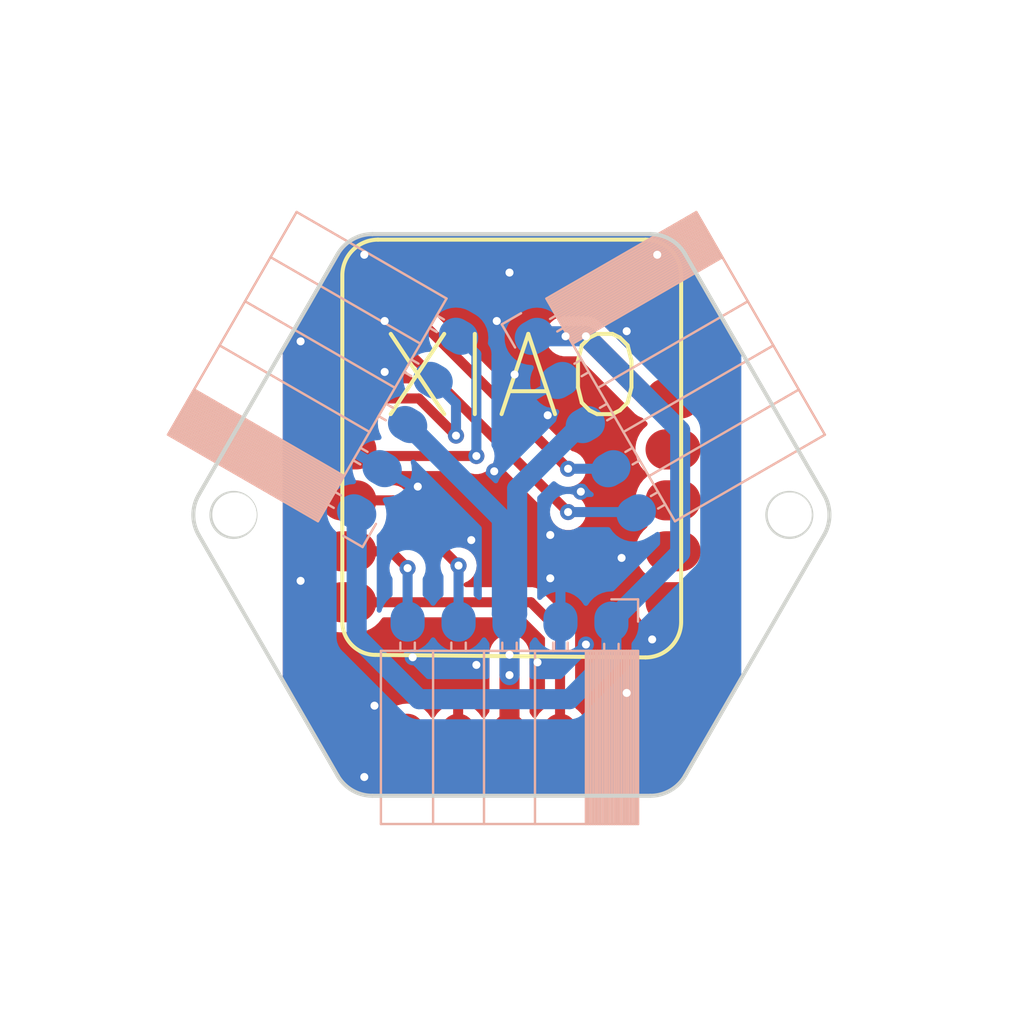
<source format=kicad_pcb>
(kicad_pcb (version 20221018) (generator pcbnew)
  (layers (0 "F.Cu" signal) (31 "B.Cu" signal) (34 "B.Paste" user) (35 "F.Paste" user) (36 "B.SilkS" user "B.Silkscreen") (37 "F.SilkS" user "F.Silkscreen") (38 "B.Mask" user) (39 "F.Mask" user) (44 "Edge.Cuts" user))
  (net 0 "")
  (net 1 "+3V3")
  (net 2 "GND")
  (net 3 "LED")
  (net 4 "D1")
  (net 5 "D2")
  (net 6 "D3")
  (net 7 "D4")
  (net 8 "D5")
  (net 9 "D6")
  (net 10 "+5V")
  (net 11 "LINE_TX")
  (net 12 "LINE_RX")
  (footprint "Connector_PinSocket_2.54mm:PinSocket_1x05_P2.54mm_Horizontal" (layer "F.Cu") (at 147.3 112.776 90)
    (fp_text reference "J4" hide)
    (fp_text value "Conn_01x05_Female" hide)
    (pad "1" smd oval (at 0 0 90) (size 2.5 1.7) (layers "F.Cu" "F.Paste" "F.Mask") (net 10 "+5V"))
    (pad "2" smd oval (at 0 2.54 90) (size 2.5 1.7) (layers "F.Cu" "F.Paste" "F.Mask") (net 2 "GND"))
    (pad "3" smd oval (at 0 5.08 90) (size 2.5 1.7) (layers "F.Cu" "F.Paste" "F.Mask") (net 3 "LED"))
    (pad "4" smd oval (at 0 7.62 90) (size 2.5 1.7) (layers "F.Cu" "F.Paste" "F.Mask") (net 11 "LINE_TX"))
    (pad "5" smd oval (at 0 10.16 90) (size 2.5 1.7) (layers "F.Cu" "F.Paste" "F.Mask") (net 12 "LINE_RX"))
  )
  (footprint "MountingHole:MountingHole_2.2mm_M2" (layer "F.Cu") (at 138.684 101.6)
    (fp_text reference "REF**" hide)
    (fp_text value "MountingHole_2.2mm_M2" hide)
    (pad "" np_thru_hole circle (at 0 0) (size 2.2 2.2) (drill 2.2) (layers "F&B.Cu" "*.Mask"))
  )
  (footprint "Seeeduino XIAO KICAD:Seeeduino XIAO-MOUDLE14P-2.54-21X17.8MM" (layer "F.Cu") (at 143.558197 108.847187)
    (fp_text reference "U1" hide)
    (fp_text value "XIAO" (at 9.017 -14.097) (layer "F.SilkS") (effects (font (size 4 4) (thickness 0.2) bold)))
    (fp_line (start 0.508 -19.177) (end 0.508 -1.905) (stroke (width 0.2)) (layer "F.SilkS"))
    (fp_line (start 2.159 -0.254) (end 15.621 -0.127) (stroke (width 0.2)) (layer "F.SilkS"))
    (fp_line (start 15.621 -20.955) (end 2.286 -20.955) (stroke (width 0.2)) (layer "F.SilkS"))
    (fp_line (start 17.399 -1.905) (end 17.399 -19.177) (stroke (width 0.2)) (layer "F.SilkS"))
    (fp_arc (start 0.508 -19.177) (mid 1.028764 -20.434235) (end 2.286 -20.955) (stroke (width 0.2)) (layer "F.SilkS"))
    (fp_arc (start 2.159 -0.254) (mid 0.991567 -0.737567) (end 0.508 -1.905) (stroke (width 0.2)) (layer "F.SilkS"))
    (fp_arc (start 15.621 -20.955) (mid 16.878235 -20.434236) (end 17.399 -19.177) (stroke (width 0.2)) (layer "F.SilkS"))
    (fp_arc (start 17.399 -1.905) (mid 16.878236 -0.647765) (end 15.621 -0.127) (stroke (width 0.2)) (layer "F.SilkS"))
    (pad "1" smd oval (at 0.83312 -18.11782) (size 2.74828 1.99898) (layers "F.Cu" "F.Paste" "F.Mask") (net 4 "D1"))
    (pad "2" smd oval (at 0.83312 -15.57782) (size 2.74828 1.99898) (layers "F.Cu" "F.Paste" "F.Mask") (net 5 "D2"))
    (pad "3" smd oval (at 0.83312 -13.03782) (size 2.74828 1.99898) (layers "F.Cu" "F.Paste" "F.Mask") (net 6 "D3"))
    (pad "4" smd oval (at 0.83312 -10.49782) (size 2.74828 1.99898) (layers "F.Cu" "F.Paste" "F.Mask") (net 7 "D4"))
    (pad "5" smd oval (at 0.83312 -7.95782) (size 2.74828 1.99898) (layers "F.Cu" "F.Paste" "F.Mask") (net 8 "D5"))
    (pad "6" smd oval (at 0.83312 -5.41782) (size 2.74828 1.99898) (layers "F.Cu" "F.Paste" "F.Mask") (net 9 "D6"))
    (pad "7" smd oval (at 0.83312 -2.87782) (size 2.74828 1.99898) (layers "F.Cu" "F.Paste" "F.Mask") (net 11 "LINE_TX"))
    (pad "8" smd oval (at 16.99768 -2.87782) (size 2.74828 1.99898) (layers "F.Cu" "F.Paste" "F.Mask") (net 12 "LINE_RX"))
    (pad "9" smd oval (at 16.99768 -5.41782) (size 2.74828 1.99898) (layers "F.Cu" "F.Paste" "F.Mask"))
    (pad "10" smd oval (at 16.99768 -7.95782) (size 2.74828 1.99898) (layers "F.Cu" "F.Paste" "F.Mask"))
    (pad "11" smd oval (at 16.99768 -10.49782) (size 2.74828 1.99898) (layers "F.Cu" "F.Paste" "F.Mask"))
    (pad "12" smd oval (at 16.99768 -13.03782) (size 2.74828 1.99898) (layers "F.Cu" "F.Paste" "F.Mask") (net 1 "+3V3"))
    (pad "13" smd oval (at 16.99768 -15.57782) (size 2.74828 1.99898) (layers "F.Cu" "F.Paste" "F.Mask") (net 2 "GND"))
    (pad "14" smd oval (at 16.99768 -18.11782) (size 2.74828 1.99898) (layers "F.Cu" "F.Paste" "F.Mask") (net 10 "+5V"))
  )
  (footprint "MountingHole:MountingHole_2.2mm_M2" (layer "F.Cu") (at 166.37 101.6)
    (fp_text reference "REF**" hide)
    (fp_text value "MountingHole_2.2mm_M2" hide)
    (pad "" np_thru_hole circle (at 0 0) (size 2.2 2.2) (drill 2.2) (layers "*.Cu" "*.Mask"))
  )
  (footprint "Connector_PinSocket_2.54mm:PinSocket_1x05_P2.54mm_Horizontal" (layer "B.Cu") (at 157.48 106.934 90)
    (fp_text reference "J3" hide)
    (fp_text value "Conn_01x05_Female" hide)
    (fp_line (start -10.09 -11.49) (end -1.46 -11.49) (stroke (width 0.12)) (layer "B.SilkS"))
    (fp_line (start -10.09 -8.89) (end -1.46 -8.89) (stroke (width 0.12)) (layer "B.SilkS"))
    (fp_line (start -10.09 -6.35) (end -1.46 -6.35) (stroke (width 0.12)) (layer "B.SilkS"))
    (fp_line (start -10.09 -3.81) (end -1.46 -3.81) (stroke (width 0.12)) (layer "B.SilkS"))
    (fp_line (start -10.09 -1.27) (end -1.46 -1.27) (stroke (width 0.12)) (layer "B.SilkS"))
    (fp_line (start -10.09 -1.1519) (end -1.46 -1.1519) (stroke (width 0.12)) (layer "B.SilkS"))
    (fp_line (start -10.09 -1.033805) (end -1.46 -1.033805) (stroke (width 0.12)) (layer "B.SilkS"))
    (fp_line (start -10.09 -0.91571) (end -1.46 -0.91571) (stroke (width 0.12)) (layer "B.SilkS"))
    (fp_line (start -10.09 -0.797615) (end -1.46 -0.797615) (stroke (width 0.12)) (layer "B.SilkS"))
    (fp_line (start -10.09 -0.67952) (end -1.46 -0.67952) (stroke (width 0.12)) (layer "B.SilkS"))
    (fp_line (start -10.09 -0.561425) (end -1.46 -0.561425) (stroke (width 0.12)) (layer "B.SilkS"))
    (fp_line (start -10.09 -0.44333) (end -1.46 -0.44333) (stroke (width 0.12)) (layer "B.SilkS"))
    (fp_line (start -10.09 -0.325235) (end -1.46 -0.325235) (stroke (width 0.12)) (layer "B.SilkS"))
    (fp_line (start -10.09 -0.20714) (end -1.46 -0.20714) (stroke (width 0.12)) (layer "B.SilkS"))
    (fp_line (start -10.09 -0.089045) (end -1.46 -0.089045) (stroke (width 0.12)) (layer "B.SilkS"))
    (fp_line (start -10.09 0.02905) (end -1.46 0.02905) (stroke (width 0.12)) (layer "B.SilkS"))
    (fp_line (start -10.09 0.147145) (end -1.46 0.147145) (stroke (width 0.12)) (layer "B.SilkS"))
    (fp_line (start -10.09 0.26524) (end -1.46 0.26524) (stroke (width 0.12)) (layer "B.SilkS"))
    (fp_line (start -10.09 0.383335) (end -1.46 0.383335) (stroke (width 0.12)) (layer "B.SilkS"))
    (fp_line (start -10.09 0.50143) (end -1.46 0.50143) (stroke (width 0.12)) (layer "B.SilkS"))
    (fp_line (start -10.09 0.619525) (end -1.46 0.619525) (stroke (width 0.12)) (layer "B.SilkS"))
    (fp_line (start -10.09 0.73762) (end -1.46 0.73762) (stroke (width 0.12)) (layer "B.SilkS"))
    (fp_line (start -10.09 0.855715) (end -1.46 0.855715) (stroke (width 0.12)) (layer "B.SilkS"))
    (fp_line (start -10.09 0.97381) (end -1.46 0.97381) (stroke (width 0.12)) (layer "B.SilkS"))
    (fp_line (start -10.09 1.091905) (end -1.46 1.091905) (stroke (width 0.12)) (layer "B.SilkS"))
    (fp_line (start -10.09 1.21) (end -1.46 1.21) (stroke (width 0.12)) (layer "B.SilkS"))
    (fp_line (start -10.09 1.33) (end -10.09 -11.49) (stroke (width 0.12)) (layer "B.SilkS"))
    (fp_line (start -10.09 1.33) (end -1.46 1.33) (stroke (width 0.12)) (layer "B.SilkS"))
    (fp_line (start -1.46 -10.52) (end -1.05 -10.52) (stroke (width 0.12)) (layer "B.SilkS"))
    (fp_line (start -1.46 -9.8) (end -1.05 -9.8) (stroke (width 0.12)) (layer "B.SilkS"))
    (fp_line (start -1.46 -7.98) (end -1.05 -7.98) (stroke (width 0.12)) (layer "B.SilkS"))
    (fp_line (start -1.46 -7.26) (end -1.05 -7.26) (stroke (width 0.12)) (layer "B.SilkS"))
    (fp_line (start -1.46 -5.44) (end -1.05 -5.44) (stroke (width 0.12)) (layer "B.SilkS"))
    (fp_line (start -1.46 -4.72) (end -1.05 -4.72) (stroke (width 0.12)) (layer "B.SilkS"))
    (fp_line (start -1.46 -2.9) (end -1.05 -2.9) (stroke (width 0.12)) (layer "B.SilkS"))
    (fp_line (start -1.46 -2.18) (end -1.05 -2.18) (stroke (width 0.12)) (layer "B.SilkS"))
    (fp_line (start -1.46 -0.36) (end -1.11 -0.36) (stroke (width 0.12)) (layer "B.SilkS"))
    (fp_line (start -1.46 0.36) (end -1.11 0.36) (stroke (width 0.12)) (layer "B.SilkS"))
    (fp_line (start -1.46 1.33) (end -1.46 -11.49) (stroke (width 0.12)) (layer "B.SilkS"))
    (fp_line (start 0 1.33) (end 1.11 1.33) (stroke (width 0.12)) (layer "B.SilkS"))
    (fp_line (start 1.11 1.33) (end 1.11 0) (stroke (width 0.12)) (layer "B.SilkS"))
    (pad "1" smd oval (at 0 0 90) (size 2 1.7) (layers "B.Cu" "B.Paste" "B.Mask") (net 1 "+3V3"))
    (pad "2" smd oval (at 0 -2.54 90) (size 2 1.7) (layers "B.Cu" "B.Paste" "B.Mask") (net 2 "GND"))
    (pad "3" smd oval (at 0 -5.08 90) (size 2 1.7) (layers "B.Cu" "B.Paste" "B.Mask") (net 3 "LED"))
    (pad "4" smd oval (at 0 -7.62 90) (size 2 1.7) (layers "B.Cu" "B.Paste" "B.Mask") (net 8 "D5"))
    (pad "5" smd oval (at 0 -10.16 90) (size 2 1.7) (layers "B.Cu" "B.Paste" "B.Mask") (net 9 "D6"))
  )
  (footprint "Connector_PinSocket_2.54mm:PinSocket_1x05_P2.54mm_Horizontal" (layer "B.Cu") (at 144.78 101.508818 -30)
    (fp_text reference "J2" hide)
    (fp_text value "Conn_01x05_Female" hide)
    (fp_line (start -10.09 -11.49) (end -1.46 -11.49) (stroke (width 0.12)) (layer "B.SilkS"))
    (fp_line (start -10.09 -8.89) (end -1.46 -8.89) (stroke (width 0.12)) (layer "B.SilkS"))
    (fp_line (start -10.09 -6.35) (end -1.46 -6.35) (stroke (width 0.12)) (layer "B.SilkS"))
    (fp_line (start -10.09 -3.81) (end -1.46 -3.81) (stroke (width 0.12)) (layer "B.SilkS"))
    (fp_line (start -10.09 -1.27) (end -1.46 -1.27) (stroke (width 0.12)) (layer "B.SilkS"))
    (fp_line (start -10.09 -1.1519) (end -1.46 -1.1519) (stroke (width 0.12)) (layer "B.SilkS"))
    (fp_line (start -10.09 -1.033805) (end -1.46 -1.033805) (stroke (width 0.12)) (layer "B.SilkS"))
    (fp_line (start -10.09 -0.91571) (end -1.46 -0.91571) (stroke (width 0.12)) (layer "B.SilkS"))
    (fp_line (start -10.09 -0.797615) (end -1.46 -0.797615) (stroke (width 0.12)) (layer "B.SilkS"))
    (fp_line (start -10.09 -0.67952) (end -1.46 -0.67952) (stroke (width 0.12)) (layer "B.SilkS"))
    (fp_line (start -10.09 -0.561425) (end -1.46 -0.561425) (stroke (width 0.12)) (layer "B.SilkS"))
    (fp_line (start -10.09 -0.44333) (end -1.46 -0.44333) (stroke (width 0.12)) (layer "B.SilkS"))
    (fp_line (start -10.09 -0.325235) (end -1.46 -0.325235) (stroke (width 0.12)) (layer "B.SilkS"))
    (fp_line (start -10.09 -0.20714) (end -1.46 -0.20714) (stroke (width 0.12)) (layer "B.SilkS"))
    (fp_line (start -10.09 -0.089045) (end -1.46 -0.089045) (stroke (width 0.12)) (layer "B.SilkS"))
    (fp_line (start -10.09 0.02905) (end -1.46 0.02905) (stroke (width 0.12)) (layer "B.SilkS"))
    (fp_line (start -10.09 0.147145) (end -1.46 0.147145) (stroke (width 0.12)) (layer "B.SilkS"))
    (fp_line (start -10.09 0.26524) (end -1.46 0.26524) (stroke (width 0.12)) (layer "B.SilkS"))
    (fp_line (start -10.09 0.383335) (end -1.46 0.383335) (stroke (width 0.12)) (layer "B.SilkS"))
    (fp_line (start -10.09 0.50143) (end -1.46 0.50143) (stroke (width 0.12)) (layer "B.SilkS"))
    (fp_line (start -10.09 0.619525) (end -1.46 0.619525) (stroke (width 0.12)) (layer "B.SilkS"))
    (fp_line (start -10.09 0.73762) (end -1.46 0.73762) (stroke (width 0.12)) (layer "B.SilkS"))
    (fp_line (start -10.09 0.855715) (end -1.46 0.855715) (stroke (width 0.12)) (layer "B.SilkS"))
    (fp_line (start -10.09 0.97381) (end -1.46 0.97381) (stroke (width 0.12)) (layer "B.SilkS"))
    (fp_line (start -10.09 1.091905) (end -1.46 1.091905) (stroke (width 0.12)) (layer "B.SilkS"))
    (fp_line (start -10.09 1.21) (end -1.46 1.21) (stroke (width 0.12)) (layer "B.SilkS"))
    (fp_line (start -10.09 1.33) (end -10.09 -11.49) (stroke (width 0.12)) (layer "B.SilkS"))
    (fp_line (start -10.09 1.33) (end -1.46 1.33) (stroke (width 0.12)) (layer "B.SilkS"))
    (fp_line (start -1.46 -10.52) (end -1.05 -10.52) (stroke (width 0.12)) (layer "B.SilkS"))
    (fp_line (start -1.46 -9.8) (end -1.05 -9.8) (stroke (width 0.12)) (layer "B.SilkS"))
    (fp_line (start -1.46 -7.98) (end -1.05 -7.98) (stroke (width 0.12)) (layer "B.SilkS"))
    (fp_line (start -1.46 -7.26) (end -1.05 -7.26) (stroke (width 0.12)) (layer "B.SilkS"))
    (fp_line (start -1.46 -5.44) (end -1.05 -5.44) (stroke (width 0.12)) (layer "B.SilkS"))
    (fp_line (start -1.46 -4.72) (end -1.05 -4.72) (stroke (width 0.12)) (layer "B.SilkS"))
    (fp_line (start -1.46 -2.9) (end -1.05 -2.9) (stroke (width 0.12)) (layer "B.SilkS"))
    (fp_line (start -1.46 -2.18) (end -1.05 -2.18) (stroke (width 0.12)) (layer "B.SilkS"))
    (fp_line (start -1.46 -0.36) (end -1.11 -0.36) (stroke (width 0.12)) (layer "B.SilkS"))
    (fp_line (start -1.46 0.36) (end -1.11 0.36) (stroke (width 0.12)) (layer "B.SilkS"))
    (fp_line (start -1.46 1.33) (end -1.46 -11.49) (stroke (width 0.12)) (layer "B.SilkS"))
    (fp_line (start 0 1.33) (end 1.11 1.33) (stroke (width 0.12)) (layer "B.SilkS"))
    (fp_line (start 1.11 1.33) (end 1.11 0) (stroke (width 0.12)) (layer "B.SilkS"))
    (pad "1" smd oval (at 0 0 330) (size 2 1.7) (layers "B.Cu" "B.Paste" "B.Mask") (net 1 "+3V3"))
    (pad "2" smd oval (at 0 -2.54 330) (size 2 1.7) (layers "B.Cu" "B.Paste" "B.Mask") (net 2 "GND"))
    (pad "3" smd oval (at 0 -5.08 330) (size 2 1.7) (layers "B.Cu" "B.Paste" "B.Mask") (net 3 "LED"))
    (pad "4" smd oval (at 0 -7.62 330) (size 2 1.7) (layers "B.Cu" "B.Paste" "B.Mask") (net 6 "D3"))
    (pad "5" smd oval (at 0 -10.16 330) (size 2 1.7) (layers "B.Cu" "B.Paste" "B.Mask") (net 7 "D4"))
  )
  (footprint "Connector_PinSocket_2.54mm:PinSocket_1x05_P2.54mm_Horizontal" (layer "B.Cu") (at 153.67 92.71 -150)
    (fp_text reference "J1" hide)
    (fp_text value "Conn_01x05_Female" hide)
    (fp_line (start -10.062 -11.478) (end -1.432 -11.478) (stroke (width 0.12)) (layer "B.SilkS"))
    (fp_line (start -10.062 -8.878) (end -1.432 -8.878) (stroke (width 0.12)) (layer "B.SilkS"))
    (fp_line (start -10.062 -6.338) (end -1.432 -6.338) (stroke (width 0.12)) (layer "B.SilkS"))
    (fp_line (start -10.062 -3.798) (end -1.432 -3.798) (stroke (width 0.12)) (layer "B.SilkS"))
    (fp_line (start -10.062 -1.258) (end -1.432 -1.258) (stroke (width 0.12)) (layer "B.SilkS"))
    (fp_line (start -10.062 -1.1399) (end -1.432 -1.1399) (stroke (width 0.12)) (layer "B.SilkS"))
    (fp_line (start -10.062 -1.021805) (end -1.432 -1.021805) (stroke (width 0.12)) (layer "B.SilkS"))
    (fp_line (start -10.062 -0.90371) (end -1.432 -0.90371) (stroke (width 0.12)) (layer "B.SilkS"))
    (fp_line (start -10.062 -0.785615) (end -1.432 -0.785615) (stroke (width 0.12)) (layer "B.SilkS"))
    (fp_line (start -10.062 -0.66752) (end -1.432 -0.66752) (stroke (width 0.12)) (layer "B.SilkS"))
    (fp_line (start -10.062 -0.549425) (end -1.432 -0.549425) (stroke (width 0.12)) (layer "B.SilkS"))
    (fp_line (start -10.062 -0.43133) (end -1.432 -0.43133) (stroke (width 0.12)) (layer "B.SilkS"))
    (fp_line (start -10.062 -0.313235) (end -1.432 -0.313235) (stroke (width 0.12)) (layer "B.SilkS"))
    (fp_line (start -10.062 -0.19514) (end -1.432 -0.19514) (stroke (width 0.12)) (layer "B.SilkS"))
    (fp_line (start -10.062 -0.077045) (end -1.432 -0.077045) (stroke (width 0.12)) (layer "B.SilkS"))
    (fp_line (start -10.062 0.04105) (end -1.432 0.04105) (stroke (width 0.12)) (layer "B.SilkS"))
    (fp_line (start -10.062 0.159145) (end -1.432 0.159145) (stroke (width 0.12)) (layer "B.SilkS"))
    (fp_line (start -10.062 0.27724) (end -1.432 0.27724) (stroke (width 0.12)) (layer "B.SilkS"))
    (fp_line (start -10.062 0.395335) (end -1.432 0.395335) (stroke (width 0.12)) (layer "B.SilkS"))
    (fp_line (start -10.062 0.51343) (end -1.432 0.51343) (stroke (width 0.12)) (layer "B.SilkS"))
    (fp_line (start -10.062 0.631525) (end -1.432 0.631525) (stroke (width 0.12)) (layer "B.SilkS"))
    (fp_line (start -10.062 0.74962) (end -1.432 0.74962) (stroke (width 0.12)) (layer "B.SilkS"))
    (fp_line (start -10.062 0.867715) (end -1.432 0.867715) (stroke (width 0.12)) (layer "B.SilkS"))
    (fp_line (start -10.062 0.98581) (end -1.432 0.98581) (stroke (width 0.12)) (layer "B.SilkS"))
    (fp_line (start -10.062 1.103905) (end -1.432 1.103905) (stroke (width 0.12)) (layer "B.SilkS"))
    (fp_line (start -10.062 1.222) (end -1.432 1.222) (stroke (width 0.12)) (layer "B.SilkS"))
    (fp_line (start -10.062 1.342) (end -10.062 -11.478) (stroke (width 0.12)) (layer "B.SilkS"))
    (fp_line (start -10.062 1.342) (end -1.432 1.342) (stroke (width 0.12)) (layer "B.SilkS"))
    (fp_line (start -1.432 -10.508) (end -1.022 -10.508) (stroke (width 0.12)) (layer "B.SilkS"))
    (fp_line (start -1.432 -9.788) (end -1.022 -9.788) (stroke (width 0.12)) (layer "B.SilkS"))
    (fp_line (start -1.432 -7.968) (end -1.022 -7.968) (stroke (width 0.12)) (layer "B.SilkS"))
    (fp_line (start -1.432 -7.248) (end -1.022 -7.248) (stroke (width 0.12)) (layer "B.SilkS"))
    (fp_line (start -1.432 -5.428) (end -1.022 -5.428) (stroke (width 0.12)) (layer "B.SilkS"))
    (fp_line (start -1.432 -4.708) (end -1.022 -4.708) (stroke (width 0.12)) (layer "B.SilkS"))
    (fp_line (start -1.432 -2.888) (end -1.022 -2.888) (stroke (width 0.12)) (layer "B.SilkS"))
    (fp_line (start -1.432 -2.168) (end -1.022 -2.168) (stroke (width 0.12)) (layer "B.SilkS"))
    (fp_line (start -1.432 -0.348) (end -1.082 -0.348) (stroke (width 0.12)) (layer "B.SilkS"))
    (fp_line (start -1.432 0.372) (end -1.082 0.372) (stroke (width 0.12)) (layer "B.SilkS"))
    (fp_line (start -1.432 1.342) (end -1.432 -11.478) (stroke (width 0.12)) (layer "B.SilkS"))
    (fp_line (start 0.028 1.342) (end 1.138 1.342) (stroke (width 0.12)) (layer "B.SilkS"))
    (fp_line (start 1.138 1.342) (end 1.138 0.012) (stroke (width 0.12)) (layer "B.SilkS"))
    (pad "1" smd oval (at 0.028 0.012 210) (size 2 1.7) (layers "B.Cu" "B.Paste" "B.Mask") (net 1 "+3V3"))
    (pad "2" smd oval (at 0.028 -2.528 210) (size 2 1.7) (layers "B.Cu" "B.Paste" "B.Mask") (net 2 "GND"))
    (pad "3" smd oval (at 0.028 -5.068 210) (size 2 1.7) (layers "B.Cu" "B.Paste" "B.Mask") (net 3 "LED"))
    (pad "4" smd oval (at 0.028 -7.608 210) (size 2 1.7) (layers "B.Cu" "B.Paste" "B.Mask") (net 4 "D1"))
    (pad "5" smd oval (at 0.028 -10.148 210) (size 2 1.7) (layers "B.Cu" "B.Paste" "B.Mask") (net 5 "D2"))
  )
  (gr_arc (start 145.566255 115.616) (mid 144.566255 115.348051) (end 143.834204 114.616) (stroke (width 0.2)) (layer "Edge.Cuts"))
  (gr_arc (start 161.154712 114.616) (mid 160.422661 115.348052) (end 159.422661 115.616) (stroke (width 0.2)) (layer "Edge.Cuts"))
  (gr_line (start 159.422661 87.616) (end 145.566255 87.616) (stroke (width 0.2)) (layer "Edge.Cuts"))
  (gr_line (start 136.906 102.616) (end 143.834204 114.616) (stroke (width 0.2)) (layer "Edge.Cuts"))
  (gr_line (start 161.154712 114.616) (end 168.082916 102.616) (stroke (width 0.2)) (layer "Edge.Cuts"))
  (gr_line (start 168.082916 100.616) (end 161.154712 88.616) (stroke (width 0.2)) (layer "Edge.Cuts"))
  (gr_arc (start 168.082916 100.616) (mid 168.350864 101.616) (end 168.082916 102.616) (stroke (width 0.2)) (layer "Edge.Cuts"))
  (gr_line (start 145.566255 115.616) (end 159.422661 115.616) (stroke (width 0.2)) (layer "Edge.Cuts"))
  (gr_arc (start 143.834204 88.616) (mid 144.566255 87.883949) (end 145.566255 87.616) (stroke (width 0.2)) (layer "Edge.Cuts"))
  (gr_arc (start 159.422661 87.616) (mid 160.42266 87.88395) (end 161.154712 88.616) (stroke (width 0.2)) (layer "Edge.Cuts"))
  (gr_line (start 143.834204 88.616) (end 136.906 100.616) (stroke (width 0.2)) (layer "Edge.Cuts"))
  (gr_circle (center 166.350865 101.616) (end 167.450865 101.616) (stroke (width 0.2)) (fill none) (layer "Edge.Cuts"))
  (gr_arc (start 136.906 102.616) (mid 136.638051 101.616) (end 136.906 100.616) (stroke (width 0.2)) (layer "Edge.Cuts"))
  (gr_circle (center 138.638051 101.616) (end 139.738051 101.616) (stroke (width 0.2)) (fill none) (layer "Edge.Cuts"))
  (segment (start 155.194 92.71) (end 156.21 92.71) (width 1) (layer "F.Cu") (net 1))
  (segment (start 156.21 92.71) (end 159.309367 95.809367) (width 1) (layer "F.Cu") (net 1))
  (segment (start 159.309367 95.809367) (end 160.555877 95.809367) (width 1) (layer "F.Cu") (net 1))
  (via (at 155.194 92.71) (size 0.8) (drill 0.4) (layers "F.Cu" "B.Cu") (net 1))
  (via (at 156.21 92.71) (size 0.8) (drill 0.4) (layers "F.Cu" "B.Cu") (net 1))
  (segment (start 157.48 106.934) (end 157.48 108.712) (width 1) (layer "B.Cu") (net 1))
  (segment (start 155.194 92.71) (end 153.643359 92.71) (width 1) (layer "B.Cu") (net 1))
  (segment (start 155.194 92.71) (end 156.21 92.71) (width 1) (layer "B.Cu") (net 1))
  (segment (start 153.643359 92.71) (end 153.639751 92.713608) (width 1) (layer "B.Cu") (net 1))
  (segment (start 155.391 110.801) (end 147.885 110.801) (width 1) (layer "B.Cu") (net 1))
  (segment (start 160.909 97.409) (end 160.909 103.505) (width 1) (layer "B.Cu") (net 1))
  (segment (start 156.21 92.71) (end 160.909 97.409) (width 1) (layer "B.Cu") (net 1))
  (segment (start 147.885 110.801) (end 144.78 107.696) (width 1) (layer "B.Cu") (net 1))
  (segment (start 157.48 108.712) (end 155.391 110.801) (width 1) (layer "B.Cu") (net 1))
  (segment (start 144.78 107.696) (end 144.78 101.508818) (width 1) (layer "B.Cu") (net 1))
  (segment (start 160.909 103.505) (end 157.48 106.934) (width 1) (layer "B.Cu") (net 1))
  (via (at 145.669 111.125) (size 0.8) (drill 0.4) (layers "F.Cu" "B.Cu") (net 2))
  (via (at 156.21 108.077) (size 0.8) (drill 0.4) (layers "F.Cu" "B.Cu") (net 2))
  (via (at 157.988 103.759) (size 0.8) (drill 0.4) (layers "F.Cu" "B.Cu") (net 2))
  (via (at 159.512 107.823) (size 0.8) (drill 0.4) (layers "F.Cu" "B.Cu") (net 2))
  (via (at 150.749 109.093) (size 0.8) (drill 0.4) (layers "F.Cu" "B.Cu") (net 2))
  (via (at 147.574 108.712) (size 0.8) (drill 0.4) (layers "F.Cu" "B.Cu") (net 2))
  (via (at 146.177 94.488) (size 0.8) (drill 0.4) (layers "F.Cu" "B.Cu") (net 2))
  (via (at 150.495 102.87) (size 0.8) (drill 0.4) (layers "F.Cu" "B.Cu") (net 2))
  (via (at 145.161 114.681) (size 0.8) (drill 0.4) (layers "F.Cu" "B.Cu") (net 2))
  (via (at 141.986 92.964) (size 0.8) (drill 0.4) (layers "F.Cu" "B.Cu") (net 2))
  (via (at 141.986 104.902) (size 0.8) (drill 0.4) (layers "F.Cu" "B.Cu") (net 2))
  (via (at 151.765 91.948) (size 0.8) (drill 0.4) (layers "F.Cu" "B.Cu") (net 2))
  (via (at 146.177 91.948) (size 0.8) (drill 0.4) (layers "F.Cu" "B.Cu") (net 2))
  (via (at 159.766 88.646) (size 0.8) (drill 0.4) (layers "F.Cu" "B.Cu") (net 2))
  (via (at 152.654 94.615) (size 0.8) (drill 0.4) (layers "F.Cu" "B.Cu") (net 2))
  (via (at 154.305 96.647) (size 0.8) (drill 0.4) (layers "F.Cu" "B.Cu") (net 2))
  (via (at 147.828 100.203) (size 0.8) (drill 0.4) (layers "F.Cu" "B.Cu") (net 2))
  (via (at 152.4 89.535) (size 0.8) (drill 0.4) (layers "F.Cu" "B.Cu") (net 2))
  (via (at 151.638 99.441) (size 0.8) (drill 0.4) (layers "F.Cu" "B.Cu") (net 2))
  (via (at 155.956 100.457) (size 0.8) (drill 0.4) (layers "F.Cu" "B.Cu") (net 2))
  (via (at 153.797 108.966) (size 0.8) (drill 0.4) (layers "F.Cu" "B.Cu") (net 2))
  (via (at 158.242 110.49) (size 0.8) (drill 0.4) (layers "F.Cu" "B.Cu") (net 2))
  (via (at 154.432 102.616) (size 0.8) (drill 0.4) (layers "F.Cu" "B.Cu") (net 2))
  (via (at 154.432 104.775) (size 0.8) (drill 0.4) (layers "F.Cu" "B.Cu") (net 2))
  (via (at 158.242 92.456) (size 0.8) (drill 0.4) (layers "F.Cu" "B.Cu") (net 2))
  (via (at 145.161 88.646) (size 0.8) (drill 0.4) (layers "F.Cu" "B.Cu") (net 2))
  (segment (start 152.4 112.756) (end 152.38 112.776) (width 1) (layer "F.Cu") (net 3))
  (segment (start 152.4 109.601) (end 152.4 110.617) (width 1) (layer "F.Cu") (net 3))
  (segment (start 152.4 108.585) (end 152.4 109.601) (width 1) (layer "F.Cu") (net 3))
  (segment (start 152.4 110.617) (end 152.4 112.756) (width 1) (layer "F.Cu") (net 3))
  (via (at 152.4 109.601) (size 0.8) (drill 0.4) (layers "F.Cu" "B.Cu") (net 3))
  (via (at 152.4 108.585) (size 0.8) (drill 0.4) (layers "F.Cu" "B.Cu") (net 3))
  (segment (start 152.019 106.553) (end 152.4 106.934) (width 1) (layer "B.Cu") (net 3))
  (segment (start 147.32 97.109409) (end 152.019 101.808409) (width 1) (layer "B.Cu") (net 3))
  (segment (start 152.4 106.934) (end 152.4 109.601) (width 1) (layer "B.Cu") (net 3))
  (segment (start 152.019 101.808409) (end 152.019 106.553) (width 1) (layer "B.Cu") (net 3))
  (segment (start 155.966348 97.113017) (end 156.179751 97.113017) (width 1) (layer "B.Cu") (net 3))
  (segment (start 152.781 100.298365) (end 155.966348 97.113017) (width 1) (layer "B.Cu") (net 3))
  (segment (start 152.781 106.553) (end 152.781 100.298365) (width 1) (layer "B.Cu") (net 3))
  (segment (start 152.4 106.934) (end 152.781 106.553) (width 1) (layer "B.Cu") (net 3))
  (segment (start 144.391317 90.729367) (end 146.736367 90.729367) (width 0.5) (layer "F.Cu") (net 4))
  (segment (start 146.736367 90.729367) (end 155.321 99.314) (width 0.5) (layer "F.Cu") (net 4))
  (via (at 155.321 99.314) (size 0.8) (drill 0.4) (layers "F.Cu" "B.Cu") (net 4))
  (segment (start 155.321 99.314) (end 157.448472 99.314) (width 0.5) (layer "B.Cu") (net 4))
  (segment (start 157.448472 99.314) (end 157.449751 99.312721) (width 0.5) (layer "B.Cu") (net 4))
  (segment (start 147.117367 93.269367) (end 155.321 101.473) (width 0.5) (layer "F.Cu") (net 5))
  (segment (start 144.391317 93.269367) (end 147.117367 93.269367) (width 0.5) (layer "F.Cu") (net 5))
  (via (at 155.321 101.473) (size 0.8) (drill 0.4) (layers "F.Cu" "B.Cu") (net 5))
  (segment (start 155.321 101.473) (end 158.680325 101.473) (width 0.5) (layer "B.Cu") (net 5))
  (segment (start 158.680325 101.473) (end 158.719751 101.512426) (width 0.5) (layer "B.Cu") (net 5))
  (segment (start 147.879367 95.809367) (end 149.733 97.663) (width 0.5) (layer "F.Cu") (net 6))
  (segment (start 144.391317 95.809367) (end 147.879367 95.809367) (width 0.5) (layer "F.Cu") (net 6))
  (via (at 149.733 97.663) (size 0.8) (drill 0.4) (layers "F.Cu" "B.Cu") (net 6))
  (segment (start 149.733 96.052704) (end 148.59 94.909704) (width 0.5) (layer "B.Cu") (net 6))
  (segment (start 149.733 97.663) (end 149.733 96.052704) (width 0.5) (layer "B.Cu") (net 6))
  (segment (start 144.72095 98.679) (end 150.749 98.679) (width 0.5) (layer "F.Cu") (net 7))
  (segment (start 144.391317 98.349367) (end 144.72095 98.679) (width 0.5) (layer "F.Cu") (net 7))
  (via (at 150.749 98.679) (size 0.8) (drill 0.4) (layers "F.Cu" "B.Cu") (net 7))
  (segment (start 150.749 93.599) (end 149.86 92.71) (width 0.5) (layer "B.Cu") (net 7))
  (segment (start 150.749 98.679) (end 150.749 93.599) (width 0.5) (layer "B.Cu") (net 7))
  (segment (start 144.391317 100.889367) (end 146.609367 100.889367) (width 0.5) (layer "F.Cu") (net 8))
  (segment (start 146.609367 100.889367) (end 149.86 104.14) (width 0.5) (layer "F.Cu") (net 8))
  (via (at 149.86 104.14) (size 0.8) (drill 0.4) (layers "F.Cu" "B.Cu") (net 8))
  (segment (start 149.86 104.14) (end 149.86 106.934) (width 0.5) (layer "B.Cu") (net 8))
  (segment (start 146.482367 103.429367) (end 147.32 104.267) (width 0.5) (layer "F.Cu") (net 9))
  (segment (start 144.391317 103.429367) (end 146.482367 103.429367) (width 0.5) (layer "F.Cu") (net 9))
  (via (at 147.32 104.267) (size 0.8) (drill 0.4) (layers "F.Cu" "B.Cu") (net 9))
  (segment (start 147.32 104.267) (end 147.32 106.934) (width 0.5) (layer "B.Cu") (net 9))
  (segment (start 147.8 114.726) (end 158.102031 114.726) (width 1) (layer "F.Cu") (net 10))
  (segment (start 147.3 112.776) (end 147.3 114.226) (width 1) (layer "F.Cu") (net 10))
  (segment (start 162.814 92.489972) (end 161.053395 90.729367) (width 1) (layer "F.Cu") (net 10))
  (segment (start 162.814 110.014031) (end 162.814 92.489972) (width 1) (layer "F.Cu") (net 10))
  (segment (start 147.3 114.226) (end 147.8 114.726) (width 1) (layer "F.Cu") (net 10))
  (segment (start 158.102031 114.726) (end 162.814 110.014031) (width 1) (layer "F.Cu") (net 10))
  (segment (start 161.053395 90.729367) (end 160.555877 90.729367) (width 1) (layer "F.Cu") (net 10))
  (segment (start 144.391317 105.969367) (end 153.467367 105.969367) (width 0.5) (layer "F.Cu") (net 11))
  (segment (start 153.467367 105.969367) (end 154.92 107.422) (width 0.5) (layer "F.Cu") (net 11))
  (segment (start 154.92 107.422) (end 154.92 112.776) (width 0.5) (layer "F.Cu") (net 11))
  (segment (start 160.555877 105.969367) (end 160.555877 109.700123) (width 0.5) (layer "F.Cu") (net 12))
  (segment (start 157.48 112.776) (end 157.46 112.776) (width 0.5) (layer "F.Cu") (net 12))
  (segment (start 160.555877 109.700123) (end 157.48 112.776) (width 0.5) (layer "F.Cu") (net 12))
  (zone (net 0) (net_name "") (layers "F&B.Cu") (connect_pads (clearance 0)) (min_thickness 0.25)
    (keepout (tracks not_allowed) (vias not_allowed) (pads not_allowed) (copperpour not_allowed) (footprints allowed))
    (fill (thermal_gap 0.5) (thermal_bridge_width 0.5))
    (polygon (pts (xy 141.097 90.17) (xy 134.62 90.17) (xy 134.62 114.3) (xy 141.097 114.3)))
  )
  (zone (net 2) (net_name "GND") (layers "F&B.Cu") (connect_pads (clearance 0.5)) (min_thickness 0.25) (fill yes (thermal_gap 0.5) (thermal_bridge_width 0.5))
    (polygon (pts (xy 127 76.073) (xy 127 127) (xy 177.8 127) (xy 177.8 76.073) (xy 127 75.946)))
  )
  (zone (net 0) (net_name "") (layers "F&B.Cu") (connect_pads (clearance 0)) (min_thickness 0.25)
    (keepout (tracks not_allowed) (vias not_allowed) (pads not_allowed) (copperpour not_allowed) (footprints allowed))
    (fill (thermal_gap 0.5) (thermal_bridge_width 0.5))
    (polygon (pts (xy 170.434 90.17) (xy 163.957 90.17) (xy 163.957 114.3) (xy 170.434 114.3)))
  )
)
</source>
